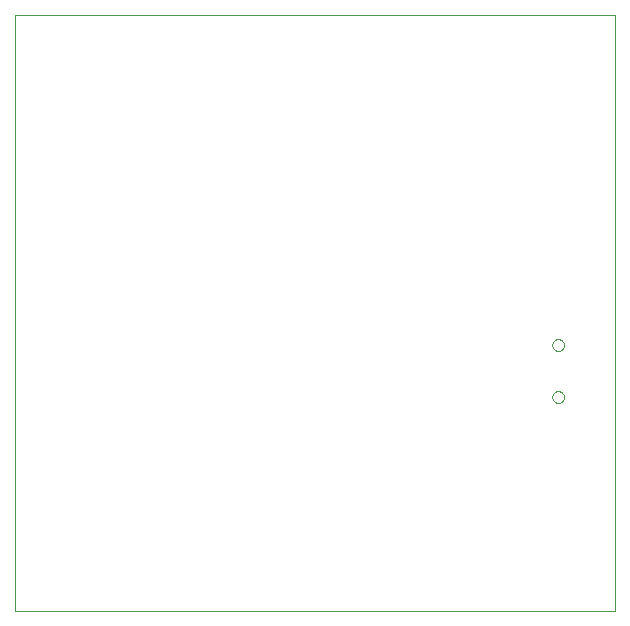
<source format=gko>
G75*
%MOIN*%
%OFA0B0*%
%FSLAX24Y24*%
%IPPOS*%
%LPD*%
%AMOC8*
5,1,8,0,0,1.08239X$1,22.5*
%
%ADD10C,0.0000*%
D10*
X002562Y004272D02*
X002562Y024142D01*
X022554Y024142D01*
X022554Y004272D01*
X002562Y004272D01*
X020471Y011406D02*
X020473Y011433D01*
X020479Y011460D01*
X020488Y011486D01*
X020501Y011510D01*
X020517Y011533D01*
X020536Y011552D01*
X020558Y011569D01*
X020582Y011583D01*
X020607Y011593D01*
X020634Y011600D01*
X020661Y011603D01*
X020689Y011602D01*
X020716Y011597D01*
X020742Y011589D01*
X020766Y011577D01*
X020789Y011561D01*
X020810Y011543D01*
X020827Y011522D01*
X020842Y011498D01*
X020853Y011473D01*
X020861Y011447D01*
X020865Y011420D01*
X020865Y011392D01*
X020861Y011365D01*
X020853Y011339D01*
X020842Y011314D01*
X020827Y011290D01*
X020810Y011269D01*
X020789Y011251D01*
X020767Y011235D01*
X020742Y011223D01*
X020716Y011215D01*
X020689Y011210D01*
X020661Y011209D01*
X020634Y011212D01*
X020607Y011219D01*
X020582Y011229D01*
X020558Y011243D01*
X020536Y011260D01*
X020517Y011279D01*
X020501Y011302D01*
X020488Y011326D01*
X020479Y011352D01*
X020473Y011379D01*
X020471Y011406D01*
X020471Y013138D02*
X020473Y013165D01*
X020479Y013192D01*
X020488Y013218D01*
X020501Y013242D01*
X020517Y013265D01*
X020536Y013284D01*
X020558Y013301D01*
X020582Y013315D01*
X020607Y013325D01*
X020634Y013332D01*
X020661Y013335D01*
X020689Y013334D01*
X020716Y013329D01*
X020742Y013321D01*
X020766Y013309D01*
X020789Y013293D01*
X020810Y013275D01*
X020827Y013254D01*
X020842Y013230D01*
X020853Y013205D01*
X020861Y013179D01*
X020865Y013152D01*
X020865Y013124D01*
X020861Y013097D01*
X020853Y013071D01*
X020842Y013046D01*
X020827Y013022D01*
X020810Y013001D01*
X020789Y012983D01*
X020767Y012967D01*
X020742Y012955D01*
X020716Y012947D01*
X020689Y012942D01*
X020661Y012941D01*
X020634Y012944D01*
X020607Y012951D01*
X020582Y012961D01*
X020558Y012975D01*
X020536Y012992D01*
X020517Y013011D01*
X020501Y013034D01*
X020488Y013058D01*
X020479Y013084D01*
X020473Y013111D01*
X020471Y013138D01*
M02*

</source>
